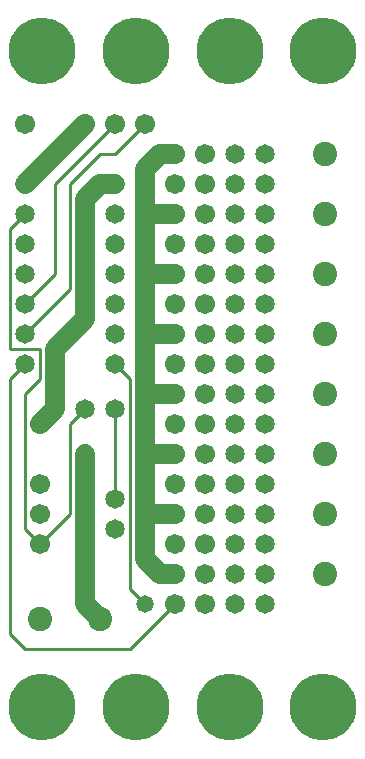
<source format=gtl>
%MOIN*%
%FSLAX25Y25*%
G04 D10 used for Character Trace; *
G04     Circle (OD=.01000) (No hole)*
G04 D11 used for Power Trace; *
G04     Circle (OD=.06700) (No hole)*
G04 D12 used for Signal Trace; *
G04     Circle (OD=.01100) (No hole)*
G04 D13 used for Via; *
G04     Circle (OD=.05800) (Round. Hole ID=.02800)*
G04 D14 used for Component hole; *
G04     Circle (OD=.06500) (Round. Hole ID=.03500)*
G04 D15 used for Component hole; *
G04     Circle (OD=.06700) (Round. Hole ID=.04300)*
G04 D16 used for Component hole; *
G04     Circle (OD=.08100) (Round. Hole ID=.05100)*
G04 D17 used for Component hole; *
G04     Circle (OD=.08900) (Round. Hole ID=.05900)*
G04 D18 used for Component hole; *
G04     Circle (OD=.11300) (Round. Hole ID=.08300)*
G04 D19 used for Component hole; *
G04     Circle (OD=.16000) (Round. Hole ID=.13000)*
G04 D20 used for Component hole; *
G04     Circle (OD=.18300) (Round. Hole ID=.15300)*
G04 D21 used for Component hole; *
G04     Circle (OD=.22291) (Round. Hole ID=.19291)*
%ADD10C,.01000*%
%ADD11C,.06700*%
%ADD12C,.01100*%
%ADD13C,.05800*%
%ADD14C,.06500*%
%ADD15C,.06700*%
%ADD16C,.08100*%
%ADD17C,.08900*%
%ADD18C,.11300*%
%ADD19C,.16000*%
%ADD20C,.18300*%
%ADD21C,.22291*%
%IPPOS*%
%LPD*%
G90*X0Y0D02*D21*X15625Y15625D03*D12*              
X10000Y35000D02*X45000D01*X60000Y50000D01*D15*D03*
X70000Y60000D03*Y50000D03*X60000Y60000D03*D11*    
X55000D01*X50000Y65000D01*Y80000D01*X60000D01*D15*
D03*X70000Y70000D03*Y90000D03*Y80000D03*          
X60000Y90000D03*D11*X50000Y80000D02*Y100000D01*   
D14*D03*D11*X60000D01*D15*D03*X70000Y110000D03*   
Y100000D03*X60000Y110000D03*D11*X50000Y100000D02* 
Y120000D01*X60000D01*D15*D03*X70000Y130000D03*    
Y120000D03*X60000Y130000D03*D11*X50000Y120000D02* 
Y140000D01*X60000D01*D15*D03*X70000Y150000D03*    
Y140000D03*X60000Y150000D03*D11*X50000Y140000D02* 
Y160000D01*X60000D01*D15*D03*X70000Y170000D03*    
Y160000D03*X60000Y170000D03*D11*X50000Y160000D02* 
Y180000D01*X60000D01*D15*D03*X70000Y190000D03*    
Y180000D03*X60000Y190000D03*D11*X50000Y180000D02* 
Y195000D01*X55000Y200000D01*X60000D01*D15*D03*    
X50000Y210000D03*D12*X40000Y200000D01*X35000D01*  
X25000Y190000D01*Y155000D01*X10000Y140000D01*D14* 
D03*D12*X15000Y125000D02*Y135000D01*              
X10000Y120000D02*X15000Y125000D01*X10000Y75000D02*
Y120000D01*X15000Y70000D02*X10000Y75000D01*D15*   
X15000Y70000D03*D12*X25000Y80000D01*Y110000D01*   
X30000Y115000D01*D14*D03*X40000D03*D12*Y85000D01* 
D14*D03*Y75000D03*X30000Y100000D03*D11*Y50000D01* 
X35000Y45000D01*D16*D03*D12*X50000Y50000D02*      
X45000Y55000D01*D13*X50000Y50000D03*D12*          
X45000Y55000D02*Y125000D01*X40000Y130000D01*D14*  
D03*Y140000D03*D11*X20000Y135000D02*              
X30000Y145000D01*X20000Y115000D02*Y135000D01*     
X15000Y110000D02*X20000Y115000D01*D15*            
X15000Y110000D03*D12*X5000Y40000D02*Y125000D01*   
X10000Y35000D02*X5000Y40000D01*D16*               
X15000Y45000D03*D21*X46875Y15625D03*D15*          
X15000Y80000D03*D12*X55000Y60000D02*X60000D01*D15*
Y70000D03*D14*X80000Y80000D03*Y50000D03*Y60000D03*
Y70000D03*X90000Y90000D03*X80000D03*              
X90000Y50000D03*Y60000D03*Y70000D03*Y80000D03*    
Y100000D03*X80000D03*D15*X15000Y90000D03*D21*     
X78125Y15625D03*X109375D03*D14*X90000Y110000D03*  
X80000D03*D16*X110000Y60000D03*Y80000D03*         
Y100000D03*Y120000D03*D14*X90000D03*X80000D03*D12*
X5000Y125000D02*X10000Y130000D01*D14*D03*D12*     
X5000Y135000D02*X15000D01*X5000D02*Y175000D01*    
X10000Y180000D01*D14*D03*D12*X20000Y160000D02*    
Y190000D01*X10000Y150000D02*X20000Y160000D01*D14* 
X10000Y150000D03*Y160000D03*D11*X30000Y145000D02* 
Y185000D01*X35000Y190000D01*X40000D01*D14*D03*    
Y180000D03*D15*Y210000D03*D12*X20000Y190000D01*   
D14*X10000D03*D11*X30000Y210000D01*D15*D03*       
X10000D03*D21*X46875Y234375D03*X15625D03*D14*     
X10000Y170000D03*D15*X70000Y200000D03*D14*        
X40000Y170000D03*X80000Y160000D03*Y170000D03*     
Y180000D03*Y190000D03*Y200000D03*X40000Y160000D03*
D21*X78125Y234375D03*D14*X90000Y150000D03*        
Y160000D03*Y170000D03*Y180000D03*Y190000D03*      
Y200000D03*X40000Y150000D03*X80000D03*Y140000D03* 
X90000D03*D16*X110000D03*Y160000D03*Y180000D03*   
Y200000D03*D21*X109375Y234375D03*D14*             
X80000Y130000D03*X90000D03*M02*                   

</source>
